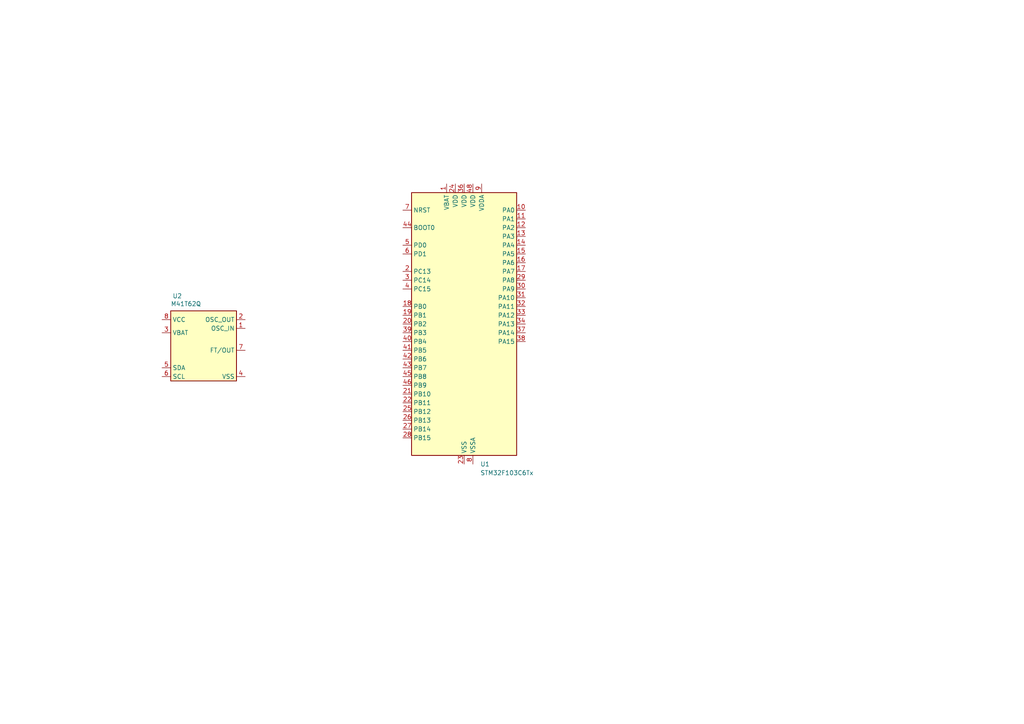
<source format=kicad_sch>
(kicad_sch (version 20250114) (generator "eeschema") (generator_version "9.0")
  (paper "A4")
  (lib_symbols
    (symbol "MCU_ST_STM32F1:STM32F103C6Tx"
      (property "Reference" "U" (at -15.24 39.37 0))
      (property "Value" "STM32F103C6Tx" (at 7.62 39.37 0))
      (symbol "STM32F103C6Tx_0_1"
        (rectangle (start -15.24 -38.1) (end 15.24 38.1) (stroke (width 0.254)) (fill (type background)))
      )
      (symbol "STM32F103C6Tx_1_1"
        (pin input line (at -17.78 33.02 0) (length 2.54) (name "NRST") (number "7"))
        (pin input line (at -17.78 27.94 0) (length 2.54) (name "BOOT0") (number "44"))
        (pin bidirectional line (at -17.78 22.86 0) (length 2.54) (name "PD0") (number "5"))
        (pin bidirectional line (at -17.78 20.32 0) (length 2.54) (name "PD1") (number "6"))
        (pin bidirectional line (at -17.78 15.24 0) (length 2.54) (name "PC13") (number "2"))
        (pin bidirectional line (at -17.78 12.7 0) (length 2.54) (name "PC14") (number "3"))
        (pin bidirectional line (at -17.78 10.16 0) (length 2.54) (name "PC15") (number "4"))
        (pin bidirectional line (at -17.78 5.08 0) (length 2.54) (name "PB0") (number "18"))
        (pin bidirectional line (at -17.78 2.54 0) (length 2.54) (name "PB1") (number "19"))
        (pin bidirectional line (at -17.78 0 0) (length 2.54) (name "PB2") (number "20"))
        (pin bidirectional line (at -17.78 -2.54 0) (length 2.54) (name "PB3") (number "39"))
        (pin bidirectional line (at -17.78 -5.08 0) (length 2.54) (name "PB4") (number "40"))
        (pin bidirectional line (at -17.78 -7.62 0) (length 2.54) (name "PB5") (number "41"))
        (pin bidirectional line (at -17.78 -10.16 0) (length 2.54) (name "PB6") (number "42"))
        (pin bidirectional line (at -17.78 -12.7 0) (length 2.54) (name "PB7") (number "43"))
        (pin bidirectional line (at -17.78 -15.24 0) (length 2.54) (name "PB8") (number "45"))
        (pin bidirectional line (at -17.78 -17.78 0) (length 2.54) (name "PB9") (number "46"))
        (pin bidirectional line (at -17.78 -20.32 0) (length 2.54) (name "PB10") (number "21"))
        (pin bidirectional line (at -17.78 -22.86 0) (length 2.54) (name "PB11") (number "22"))
        (pin bidirectional line (at -17.78 -25.4 0) (length 2.54) (name "PB12") (number "25"))
        (pin bidirectional line (at -17.78 -27.94 0) (length 2.54) (name "PB13") (number "26"))
        (pin bidirectional line (at -17.78 -30.48 0) (length 2.54) (name "PB14") (number "27"))
        (pin bidirectional line (at -17.78 -33.02 0) (length 2.54) (name "PB15") (number "28"))
        (pin power_in line (at -5.08 40.64 270) (length 2.54) (name "VBAT") (number "1"))
        (pin power_in line (at -2.54 40.64 270) (length 2.54) (name "VDD") (number "24"))
        (pin power_in line (at 0 40.64 270) (length 2.54) (name "VDD") (number "36"))
        (pin power_in line (at 0 -40.64 90) (length 2.54) (name "VSS") (number "23"))
        (pin passive line (at 0 -40.64 90) (length 2.54) (hide yes) (name "VSS") (number "35"))
        (pin passive line (at 0 -40.64 90) (length 2.54) (hide yes) (name "VSS") (number "47"))
        (pin power_in line (at 2.54 40.64 270) (length 2.54) (name "VDD") (number "48"))
        (pin power_in line (at 2.54 -40.64 90) (length 2.54) (name "VSSA") (number "8"))
        (pin power_in line (at 5.08 40.64 270) (length 2.54) (name "VDDA") (number "9"))
        (pin bidirectional line (at 17.78 33.02 180) (length 2.54) (name "PA0") (number "10"))
        (pin bidirectional line (at 17.78 30.48 180) (length 2.54) (name "PA1") (number "11"))
        (pin bidirectional line (at 17.78 27.94 180) (length 2.54) (name "PA2") (number "12"))
        (pin bidirectional line (at 17.78 25.4 180) (length 2.54) (name "PA3") (number "13"))
        (pin bidirectional line (at 17.78 22.86 180) (length 2.54) (name "PA4") (number "14"))
        (pin bidirectional line (at 17.78 20.32 180) (length 2.54) (name "PA5") (number "15"))
        (pin bidirectional line (at 17.78 17.78 180) (length 2.54) (name "PA6") (number "16"))
        (pin bidirectional line (at 17.78 15.24 180) (length 2.54) (name "PA7") (number "17"))
        (pin bidirectional line (at 17.78 12.7 180) (length 2.54) (name "PA8") (number "29"))
        (pin bidirectional line (at 17.78 10.16 180) (length 2.54) (name "PA9") (number "30"))
        (pin bidirectional line (at 17.78 7.62 180) (length 2.54) (name "PA10") (number "31"))
        (pin bidirectional line (at 17.78 5.08 180) (length 2.54) (name "PA11") (number "32"))
        (pin bidirectional line (at 17.78 2.54 180) (length 2.54) (name "PA12") (number "33"))
        (pin bidirectional line (at 17.78 0 180) (length 2.54) (name "PA13") (number "34"))
        (pin bidirectional line (at 17.78 -2.54 180) (length 2.54) (name "PA14") (number "37"))
        (pin bidirectional line (at 17.78 -5.08 180) (length 2.54) (name "PA15") (number "38"))
      )
    )
    (symbol "Timer_RTC:M41T62Q"
      (property "Reference" "U2" (at -7.112 11.938 0))
      (property "Value" "M41T62Q" (at -7.62 9.652 0))
      (symbol "M41T62Q_0_1"
        (rectangle (start -7.62 7.62) (end 11.43 -12.7) (stroke (width 0.254)) (fill (type background)))
      )
      (symbol "M41T62Q_1_1"
        (pin power_in line (at -10.16 5.08 0) (length 2.54) (name "VCC") (number "8"))
        (pin output line (at -10.16 1.27 0) (length 2.54) (name "VBAT") (number "3"))
        (pin bidirectional line (at -10.16 -8.89 0) (length 2.54) (name "SDA") (number "5"))
        (pin input line (at -10.16 -11.43 0) (length 2.54) (name "SCL") (number "6"))
        (pin input line (at 13.97 5.08 180) (length 2.54) (name "OSC_OUT") (number "2"))
        (pin input line (at 13.97 2.54 180) (length 2.54) (name "OSC_IN") (number "1"))
        (pin output line (at 13.97 -3.81 180) (length 2.54) (name "FT/OUT") (number "7"))
        (pin power_in line (at 13.97 -11.43 180) (length 2.54) (name "VSS") (number "4"))
      )
    )
  )
  (symbol (lib_id "Timer_RTC:M41T62Q") (at 57.15 97.79 0) (unit 1)
    (property "Reference" "U2" (at 50.038 85.852 0) (effects (justify left)))
    (property "Value" "M41T62Q" (at 49.53 88.138 0) (effects (justify left)))
    (property "Footprint" "Package_SO:SOIC-8_3.9x4.9mm_P1.27mm" (effects (hide yes)))
    (property "Datasheet" "http://www.st.com/resource/en/datasheet/m41t62.pdf" (effects (hide yes)))
    (property "Description" "Low-power I2C RTC with alarm interrupt QFN" (effects (hide yes)))
  )
  (symbol (lib_id "MCU_ST_STM32F1:STM32F103C6Tx") (at 134.62 93.98 0) (unit 1)
    (property "Reference" "U1" (at 139.3033 134.62 0) (effects (justify left)))
    (property "Value" "STM32F103C6Tx" (at 139.3033 137.16 0) (effects (justify left)))
    (property "Footprint" "Package_QFP:LQFP-48_7x7mm_P0.5mm" (effects (hide yes)))
    (property "Datasheet" "https://www.st.com/resource/en/datasheet/stm32f103c6.pdf" (effects (hide yes)))
    (property "Description" "STMicroelectronics Arm Cortex-M3 MCU, 32KB flash, 10KB RAM, 72 MHz, 2.0-3.6V, 37 GPIO, LQFP48" (effects (hide yes)))
  )
)
</source>
